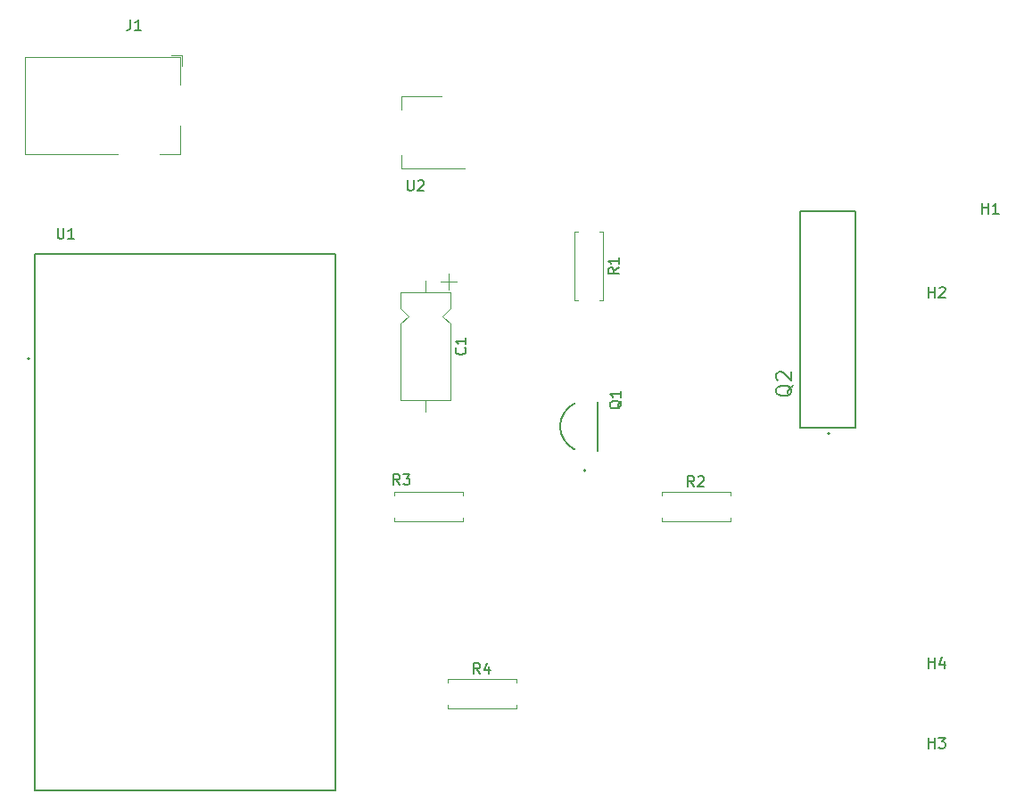
<source format=gbr>
%TF.GenerationSoftware,KiCad,Pcbnew,7.0.9*%
%TF.CreationDate,2023-11-29T01:17:11-05:00*%
%TF.ProjectId,Control Tempeture,436f6e74-726f-46c2-9054-656d70657475,rev?*%
%TF.SameCoordinates,Original*%
%TF.FileFunction,Legend,Top*%
%TF.FilePolarity,Positive*%
%FSLAX46Y46*%
G04 Gerber Fmt 4.6, Leading zero omitted, Abs format (unit mm)*
G04 Created by KiCad (PCBNEW 7.0.9) date 2023-11-29 01:17:11*
%MOMM*%
%LPD*%
G01*
G04 APERTURE LIST*
%ADD10C,0.150000*%
%ADD11C,0.120000*%
%ADD12C,0.127000*%
%ADD13C,0.200000*%
G04 APERTURE END LIST*
D10*
X102547080Y-68746666D02*
X102594700Y-68794285D01*
X102594700Y-68794285D02*
X102642319Y-68937142D01*
X102642319Y-68937142D02*
X102642319Y-69032380D01*
X102642319Y-69032380D02*
X102594700Y-69175237D01*
X102594700Y-69175237D02*
X102499461Y-69270475D01*
X102499461Y-69270475D02*
X102404223Y-69318094D01*
X102404223Y-69318094D02*
X102213747Y-69365713D01*
X102213747Y-69365713D02*
X102070890Y-69365713D01*
X102070890Y-69365713D02*
X101880414Y-69318094D01*
X101880414Y-69318094D02*
X101785176Y-69270475D01*
X101785176Y-69270475D02*
X101689938Y-69175237D01*
X101689938Y-69175237D02*
X101642319Y-69032380D01*
X101642319Y-69032380D02*
X101642319Y-68937142D01*
X101642319Y-68937142D02*
X101689938Y-68794285D01*
X101689938Y-68794285D02*
X101737557Y-68746666D01*
X102642319Y-67794285D02*
X102642319Y-68365713D01*
X102642319Y-68079999D02*
X101642319Y-68079999D01*
X101642319Y-68079999D02*
X101785176Y-68175237D01*
X101785176Y-68175237D02*
X101880414Y-68270475D01*
X101880414Y-68270475D02*
X101928033Y-68365713D01*
X63868095Y-57369819D02*
X63868095Y-58179342D01*
X63868095Y-58179342D02*
X63915714Y-58274580D01*
X63915714Y-58274580D02*
X63963333Y-58322200D01*
X63963333Y-58322200D02*
X64058571Y-58369819D01*
X64058571Y-58369819D02*
X64249047Y-58369819D01*
X64249047Y-58369819D02*
X64344285Y-58322200D01*
X64344285Y-58322200D02*
X64391904Y-58274580D01*
X64391904Y-58274580D02*
X64439523Y-58179342D01*
X64439523Y-58179342D02*
X64439523Y-57369819D01*
X65439523Y-58369819D02*
X64868095Y-58369819D01*
X65153809Y-58369819D02*
X65153809Y-57369819D01*
X65153809Y-57369819D02*
X65058571Y-57512676D01*
X65058571Y-57512676D02*
X64963333Y-57607914D01*
X64963333Y-57607914D02*
X64868095Y-57655533D01*
X146558095Y-99154819D02*
X146558095Y-98154819D01*
X146558095Y-98631009D02*
X147129523Y-98631009D01*
X147129523Y-99154819D02*
X147129523Y-98154819D01*
X148034285Y-98488152D02*
X148034285Y-99154819D01*
X147796190Y-98107200D02*
X147558095Y-98821485D01*
X147558095Y-98821485D02*
X148177142Y-98821485D01*
X103973333Y-99684819D02*
X103640000Y-99208628D01*
X103401905Y-99684819D02*
X103401905Y-98684819D01*
X103401905Y-98684819D02*
X103782857Y-98684819D01*
X103782857Y-98684819D02*
X103878095Y-98732438D01*
X103878095Y-98732438D02*
X103925714Y-98780057D01*
X103925714Y-98780057D02*
X103973333Y-98875295D01*
X103973333Y-98875295D02*
X103973333Y-99018152D01*
X103973333Y-99018152D02*
X103925714Y-99113390D01*
X103925714Y-99113390D02*
X103878095Y-99161009D01*
X103878095Y-99161009D02*
X103782857Y-99208628D01*
X103782857Y-99208628D02*
X103401905Y-99208628D01*
X104830476Y-99018152D02*
X104830476Y-99684819D01*
X104592381Y-98637200D02*
X104354286Y-99351485D01*
X104354286Y-99351485D02*
X104973333Y-99351485D01*
X124293333Y-81904819D02*
X123960000Y-81428628D01*
X123721905Y-81904819D02*
X123721905Y-80904819D01*
X123721905Y-80904819D02*
X124102857Y-80904819D01*
X124102857Y-80904819D02*
X124198095Y-80952438D01*
X124198095Y-80952438D02*
X124245714Y-81000057D01*
X124245714Y-81000057D02*
X124293333Y-81095295D01*
X124293333Y-81095295D02*
X124293333Y-81238152D01*
X124293333Y-81238152D02*
X124245714Y-81333390D01*
X124245714Y-81333390D02*
X124198095Y-81381009D01*
X124198095Y-81381009D02*
X124102857Y-81428628D01*
X124102857Y-81428628D02*
X123721905Y-81428628D01*
X124674286Y-81000057D02*
X124721905Y-80952438D01*
X124721905Y-80952438D02*
X124817143Y-80904819D01*
X124817143Y-80904819D02*
X125055238Y-80904819D01*
X125055238Y-80904819D02*
X125150476Y-80952438D01*
X125150476Y-80952438D02*
X125198095Y-81000057D01*
X125198095Y-81000057D02*
X125245714Y-81095295D01*
X125245714Y-81095295D02*
X125245714Y-81190533D01*
X125245714Y-81190533D02*
X125198095Y-81333390D01*
X125198095Y-81333390D02*
X124626667Y-81904819D01*
X124626667Y-81904819D02*
X125245714Y-81904819D01*
X146558095Y-106774819D02*
X146558095Y-105774819D01*
X146558095Y-106251009D02*
X147129523Y-106251009D01*
X147129523Y-106774819D02*
X147129523Y-105774819D01*
X147510476Y-105774819D02*
X148129523Y-105774819D01*
X148129523Y-105774819D02*
X147796190Y-106155771D01*
X147796190Y-106155771D02*
X147939047Y-106155771D01*
X147939047Y-106155771D02*
X148034285Y-106203390D01*
X148034285Y-106203390D02*
X148081904Y-106251009D01*
X148081904Y-106251009D02*
X148129523Y-106346247D01*
X148129523Y-106346247D02*
X148129523Y-106584342D01*
X148129523Y-106584342D02*
X148081904Y-106679580D01*
X148081904Y-106679580D02*
X148034285Y-106727200D01*
X148034285Y-106727200D02*
X147939047Y-106774819D01*
X147939047Y-106774819D02*
X147653333Y-106774819D01*
X147653333Y-106774819D02*
X147558095Y-106727200D01*
X147558095Y-106727200D02*
X147510476Y-106679580D01*
X151638095Y-55974819D02*
X151638095Y-54974819D01*
X151638095Y-55451009D02*
X152209523Y-55451009D01*
X152209523Y-55974819D02*
X152209523Y-54974819D01*
X153209523Y-55974819D02*
X152638095Y-55974819D01*
X152923809Y-55974819D02*
X152923809Y-54974819D01*
X152923809Y-54974819D02*
X152828571Y-55117676D01*
X152828571Y-55117676D02*
X152733333Y-55212914D01*
X152733333Y-55212914D02*
X152638095Y-55260533D01*
X146558095Y-63954819D02*
X146558095Y-62954819D01*
X146558095Y-63431009D02*
X147129523Y-63431009D01*
X147129523Y-63954819D02*
X147129523Y-62954819D01*
X147558095Y-63050057D02*
X147605714Y-63002438D01*
X147605714Y-63002438D02*
X147700952Y-62954819D01*
X147700952Y-62954819D02*
X147939047Y-62954819D01*
X147939047Y-62954819D02*
X148034285Y-63002438D01*
X148034285Y-63002438D02*
X148081904Y-63050057D01*
X148081904Y-63050057D02*
X148129523Y-63145295D01*
X148129523Y-63145295D02*
X148129523Y-63240533D01*
X148129523Y-63240533D02*
X148081904Y-63383390D01*
X148081904Y-63383390D02*
X147510476Y-63954819D01*
X147510476Y-63954819D02*
X148129523Y-63954819D01*
X117124819Y-61126666D02*
X116648628Y-61459999D01*
X117124819Y-61698094D02*
X116124819Y-61698094D01*
X116124819Y-61698094D02*
X116124819Y-61317142D01*
X116124819Y-61317142D02*
X116172438Y-61221904D01*
X116172438Y-61221904D02*
X116220057Y-61174285D01*
X116220057Y-61174285D02*
X116315295Y-61126666D01*
X116315295Y-61126666D02*
X116458152Y-61126666D01*
X116458152Y-61126666D02*
X116553390Y-61174285D01*
X116553390Y-61174285D02*
X116601009Y-61221904D01*
X116601009Y-61221904D02*
X116648628Y-61317142D01*
X116648628Y-61317142D02*
X116648628Y-61698094D01*
X117124819Y-60174285D02*
X117124819Y-60745713D01*
X117124819Y-60459999D02*
X116124819Y-60459999D01*
X116124819Y-60459999D02*
X116267676Y-60555237D01*
X116267676Y-60555237D02*
X116362914Y-60650475D01*
X116362914Y-60650475D02*
X116410533Y-60745713D01*
X117390057Y-73755238D02*
X117342438Y-73850476D01*
X117342438Y-73850476D02*
X117247200Y-73945714D01*
X117247200Y-73945714D02*
X117104342Y-74088571D01*
X117104342Y-74088571D02*
X117056723Y-74183809D01*
X117056723Y-74183809D02*
X117056723Y-74279047D01*
X117294819Y-74231428D02*
X117247200Y-74326666D01*
X117247200Y-74326666D02*
X117151961Y-74421904D01*
X117151961Y-74421904D02*
X116961485Y-74469523D01*
X116961485Y-74469523D02*
X116628152Y-74469523D01*
X116628152Y-74469523D02*
X116437676Y-74421904D01*
X116437676Y-74421904D02*
X116342438Y-74326666D01*
X116342438Y-74326666D02*
X116294819Y-74231428D01*
X116294819Y-74231428D02*
X116294819Y-74040952D01*
X116294819Y-74040952D02*
X116342438Y-73945714D01*
X116342438Y-73945714D02*
X116437676Y-73850476D01*
X116437676Y-73850476D02*
X116628152Y-73802857D01*
X116628152Y-73802857D02*
X116961485Y-73802857D01*
X116961485Y-73802857D02*
X117151961Y-73850476D01*
X117151961Y-73850476D02*
X117247200Y-73945714D01*
X117247200Y-73945714D02*
X117294819Y-74040952D01*
X117294819Y-74040952D02*
X117294819Y-74231428D01*
X117294819Y-72850476D02*
X117294819Y-73421904D01*
X117294819Y-73136190D02*
X116294819Y-73136190D01*
X116294819Y-73136190D02*
X116437676Y-73231428D01*
X116437676Y-73231428D02*
X116532914Y-73326666D01*
X116532914Y-73326666D02*
X116580533Y-73421904D01*
X133639909Y-72279311D02*
X133573161Y-72412807D01*
X133573161Y-72412807D02*
X133439665Y-72546303D01*
X133439665Y-72546303D02*
X133239420Y-72746547D01*
X133239420Y-72746547D02*
X133172672Y-72880043D01*
X133172672Y-72880043D02*
X133172672Y-73013539D01*
X133506413Y-72946791D02*
X133439665Y-73080287D01*
X133439665Y-73080287D02*
X133306168Y-73213783D01*
X133306168Y-73213783D02*
X133039176Y-73280531D01*
X133039176Y-73280531D02*
X132571940Y-73280531D01*
X132571940Y-73280531D02*
X132304948Y-73213783D01*
X132304948Y-73213783D02*
X132171452Y-73080287D01*
X132171452Y-73080287D02*
X132104704Y-72946791D01*
X132104704Y-72946791D02*
X132104704Y-72679799D01*
X132104704Y-72679799D02*
X132171452Y-72546303D01*
X132171452Y-72546303D02*
X132304948Y-72412807D01*
X132304948Y-72412807D02*
X132571940Y-72346059D01*
X132571940Y-72346059D02*
X133039176Y-72346059D01*
X133039176Y-72346059D02*
X133306168Y-72412807D01*
X133306168Y-72412807D02*
X133439665Y-72546303D01*
X133439665Y-72546303D02*
X133506413Y-72679799D01*
X133506413Y-72679799D02*
X133506413Y-72946791D01*
X132238200Y-71812074D02*
X132171452Y-71745326D01*
X132171452Y-71745326D02*
X132104704Y-71611830D01*
X132104704Y-71611830D02*
X132104704Y-71278090D01*
X132104704Y-71278090D02*
X132171452Y-71144594D01*
X132171452Y-71144594D02*
X132238200Y-71077846D01*
X132238200Y-71077846D02*
X132371696Y-71011098D01*
X132371696Y-71011098D02*
X132505192Y-71011098D01*
X132505192Y-71011098D02*
X132705436Y-71077846D01*
X132705436Y-71077846D02*
X133506413Y-71878822D01*
X133506413Y-71878822D02*
X133506413Y-71011098D01*
X96353333Y-81734819D02*
X96020000Y-81258628D01*
X95781905Y-81734819D02*
X95781905Y-80734819D01*
X95781905Y-80734819D02*
X96162857Y-80734819D01*
X96162857Y-80734819D02*
X96258095Y-80782438D01*
X96258095Y-80782438D02*
X96305714Y-80830057D01*
X96305714Y-80830057D02*
X96353333Y-80925295D01*
X96353333Y-80925295D02*
X96353333Y-81068152D01*
X96353333Y-81068152D02*
X96305714Y-81163390D01*
X96305714Y-81163390D02*
X96258095Y-81211009D01*
X96258095Y-81211009D02*
X96162857Y-81258628D01*
X96162857Y-81258628D02*
X95781905Y-81258628D01*
X96686667Y-80734819D02*
X97305714Y-80734819D01*
X97305714Y-80734819D02*
X96972381Y-81115771D01*
X96972381Y-81115771D02*
X97115238Y-81115771D01*
X97115238Y-81115771D02*
X97210476Y-81163390D01*
X97210476Y-81163390D02*
X97258095Y-81211009D01*
X97258095Y-81211009D02*
X97305714Y-81306247D01*
X97305714Y-81306247D02*
X97305714Y-81544342D01*
X97305714Y-81544342D02*
X97258095Y-81639580D01*
X97258095Y-81639580D02*
X97210476Y-81687200D01*
X97210476Y-81687200D02*
X97115238Y-81734819D01*
X97115238Y-81734819D02*
X96829524Y-81734819D01*
X96829524Y-81734819D02*
X96734286Y-81687200D01*
X96734286Y-81687200D02*
X96686667Y-81639580D01*
X97078095Y-52794819D02*
X97078095Y-53604342D01*
X97078095Y-53604342D02*
X97125714Y-53699580D01*
X97125714Y-53699580D02*
X97173333Y-53747200D01*
X97173333Y-53747200D02*
X97268571Y-53794819D01*
X97268571Y-53794819D02*
X97459047Y-53794819D01*
X97459047Y-53794819D02*
X97554285Y-53747200D01*
X97554285Y-53747200D02*
X97601904Y-53699580D01*
X97601904Y-53699580D02*
X97649523Y-53604342D01*
X97649523Y-53604342D02*
X97649523Y-52794819D01*
X98078095Y-52890057D02*
X98125714Y-52842438D01*
X98125714Y-52842438D02*
X98220952Y-52794819D01*
X98220952Y-52794819D02*
X98459047Y-52794819D01*
X98459047Y-52794819D02*
X98554285Y-52842438D01*
X98554285Y-52842438D02*
X98601904Y-52890057D01*
X98601904Y-52890057D02*
X98649523Y-52985295D01*
X98649523Y-52985295D02*
X98649523Y-53080533D01*
X98649523Y-53080533D02*
X98601904Y-53223390D01*
X98601904Y-53223390D02*
X98030476Y-53794819D01*
X98030476Y-53794819D02*
X98649523Y-53794819D01*
X70786666Y-37554819D02*
X70786666Y-38269104D01*
X70786666Y-38269104D02*
X70739047Y-38411961D01*
X70739047Y-38411961D02*
X70643809Y-38507200D01*
X70643809Y-38507200D02*
X70500952Y-38554819D01*
X70500952Y-38554819D02*
X70405714Y-38554819D01*
X71786666Y-38554819D02*
X71215238Y-38554819D01*
X71500952Y-38554819D02*
X71500952Y-37554819D01*
X71500952Y-37554819D02*
X71405714Y-37697676D01*
X71405714Y-37697676D02*
X71310476Y-37792914D01*
X71310476Y-37792914D02*
X71215238Y-37840533D01*
D11*
%TO.C,C1*%
X101017500Y-61710000D02*
X101017500Y-63210000D01*
X98817500Y-62320000D02*
X98817500Y-63460000D01*
X101767500Y-62460000D02*
X100267500Y-62460000D01*
X101187500Y-63460000D02*
X96447500Y-63460000D01*
X101187500Y-63460000D02*
X101187500Y-64960000D01*
X96447500Y-63460000D02*
X96447500Y-64960000D01*
X101187500Y-64960000D02*
X100437500Y-65710000D01*
X96447500Y-64960000D02*
X97197500Y-65710000D01*
X100437500Y-65710000D02*
X101187500Y-66460000D01*
X97197500Y-65710000D02*
X96447500Y-66460000D01*
X101187500Y-66460000D02*
X101187500Y-73700000D01*
X96447500Y-66460000D02*
X96447500Y-73700000D01*
X101187500Y-73700000D02*
X96447500Y-73700000D01*
X98817500Y-74840000D02*
X98817500Y-73700000D01*
D12*
%TO.C,U1*%
X61705000Y-59800000D02*
X72774000Y-59800000D01*
X61705000Y-59800000D02*
X90215000Y-59800000D01*
X61705000Y-110750000D02*
X61705000Y-59800000D01*
X61705000Y-110750000D02*
X61705000Y-59800000D01*
X61705000Y-110750000D02*
X67075000Y-110750000D01*
X67075000Y-110750000D02*
X84765000Y-110750000D01*
X72774000Y-59800000D02*
X79485000Y-59800000D01*
X79485000Y-59800000D02*
X90215000Y-59800000D01*
X84765000Y-110750000D02*
X90215000Y-110750000D01*
X90215000Y-59800000D02*
X90215000Y-110750000D01*
X90215000Y-59800000D02*
X90215000Y-110750000D01*
X90215000Y-110750000D02*
X61705000Y-110750000D01*
D13*
X61235000Y-69760000D02*
G75*
G03*
X61235000Y-69760000I-100000J0D01*
G01*
D11*
%TO.C,R4*%
X100870000Y-100230000D02*
X107410000Y-100230000D01*
X100870000Y-100560000D02*
X100870000Y-100230000D01*
X100870000Y-102640000D02*
X100870000Y-102970000D01*
X100870000Y-102970000D02*
X107410000Y-102970000D01*
X107410000Y-100230000D02*
X107410000Y-100560000D01*
X107410000Y-102970000D02*
X107410000Y-102640000D01*
%TO.C,R2*%
X121190000Y-82450000D02*
X127730000Y-82450000D01*
X121190000Y-82780000D02*
X121190000Y-82450000D01*
X121190000Y-84860000D02*
X121190000Y-85190000D01*
X121190000Y-85190000D02*
X127730000Y-85190000D01*
X127730000Y-82450000D02*
X127730000Y-82780000D01*
X127730000Y-85190000D02*
X127730000Y-84860000D01*
%TO.C,R1*%
X115670000Y-57690000D02*
X115670000Y-64230000D01*
X115340000Y-57690000D02*
X115670000Y-57690000D01*
X113260000Y-57690000D02*
X112930000Y-57690000D01*
X112930000Y-57690000D02*
X112930000Y-64230000D01*
X115670000Y-64230000D02*
X115340000Y-64230000D01*
X112930000Y-64230000D02*
X113260000Y-64230000D01*
D12*
%TO.C,Q1*%
X115150000Y-78500000D02*
X115150000Y-73900000D01*
X111550000Y-76200000D02*
G75*
G03*
X112950000Y-78400000I2605258J112437D01*
G01*
X112950000Y-74000000D02*
G75*
G03*
X111550000Y-76200000I1205258J-2312437D01*
G01*
D13*
X113980000Y-80389000D02*
G75*
G03*
X113980000Y-80389000I-100000J0D01*
G01*
D12*
%TO.C,Q2*%
X134360000Y-76290000D02*
X134360000Y-55790000D01*
X139560000Y-76290000D02*
X134360000Y-76290000D01*
X134360000Y-55790000D02*
X139560000Y-55790000D01*
X139560000Y-55790000D02*
X139560000Y-76290000D01*
D13*
X137160000Y-76890000D02*
G75*
G03*
X137160000Y-76890000I-100000J0D01*
G01*
D11*
%TO.C,R3*%
X95790000Y-82450000D02*
X102330000Y-82450000D01*
X95790000Y-82780000D02*
X95790000Y-82450000D01*
X95790000Y-84860000D02*
X95790000Y-85190000D01*
X95790000Y-85190000D02*
X102330000Y-85190000D01*
X102330000Y-82450000D02*
X102330000Y-82780000D01*
X102330000Y-85190000D02*
X102330000Y-84860000D01*
%TO.C,U2*%
X102550000Y-51670000D02*
X96540000Y-51670000D01*
X100300000Y-44850000D02*
X96540000Y-44850000D01*
X96540000Y-51670000D02*
X96540000Y-50410000D01*
X96540000Y-44850000D02*
X96540000Y-46110000D01*
%TO.C,J1*%
X60780000Y-41120000D02*
X75480000Y-41120000D01*
X60780000Y-50320000D02*
X60780000Y-41120000D01*
X69580000Y-50320000D02*
X60780000Y-50320000D01*
X74630000Y-40920000D02*
X75680000Y-40920000D01*
X75480000Y-41120000D02*
X75480000Y-43720000D01*
X75480000Y-47620000D02*
X75480000Y-50320000D01*
X75480000Y-50320000D02*
X73580000Y-50320000D01*
X75680000Y-41970000D02*
X75680000Y-40920000D01*
%TD*%
M02*

</source>
